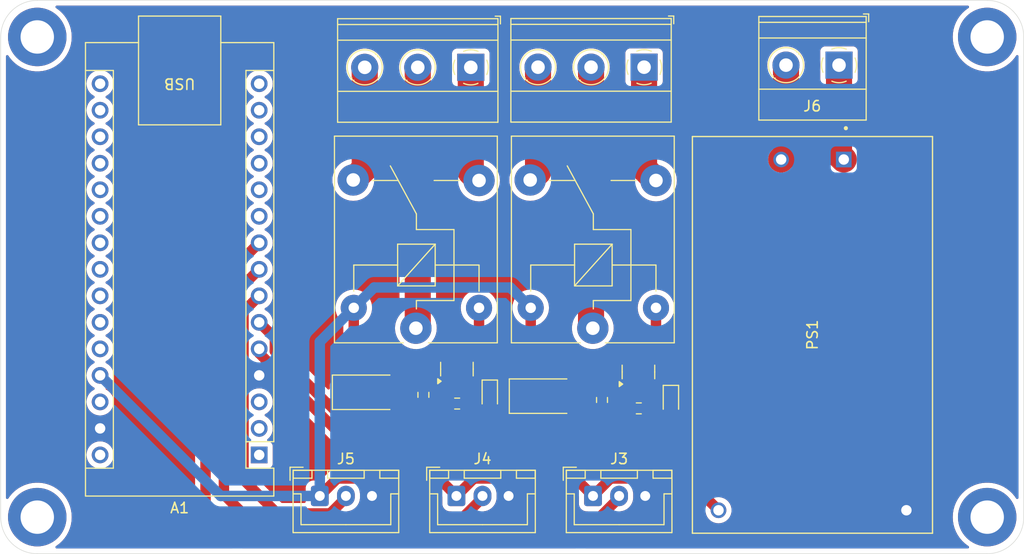
<source format=kicad_pcb>
(kicad_pcb (version 20240108) (generator "pcbnew") (generator_version "8.0")
  (layers (0 "F.Cu" signal) (31 "B.Cu" signal) (34 "B.Paste" user) (35 "F.Paste" user) (36 "B.SilkS" user "B.Silkscreen") (37 "F.SilkS" user "F.Silkscreen") (38 "B.Mask" user) (39 "F.Mask" user) (44 "Edge.Cuts" user))
  (net 0 "")
  (net 3 "/RELAY1")
  (net 7 "+3V3")
  (net 9 "/M2")
  (net 11 "GND")
  (net 12 "/RELAY2")
  (net 17 "/M3")
  (net 21 "+5V")
  (net 29 "/M1")
  (net 30 "Net-(D1-A)")
  (net 31 "Net-(D2-A)")
  (net 32 "/A1")
  (net 33 "/B1")
  (net 34 "/C1")
  (net 35 "/B2")
  (net 36 "/C2")
  (net 37 "/A2")
  (net 38 "Net-(D3-A)")
  (net 39 "Net-(D4-A)")
  (net 40 "Net-(J6-Pin_2)")
  (net 41 "Net-(J6-Pin_1)")
  (footprint "TerminalBlock_Phoenix:TerminalBlock_Phoenix_MKDS-1,5-2-5.08_1x02_P5.08mm_Horizontal" (layer "F.Cu") (at 162.805 49.7 180)
    (property "Reference" "J6" (at 2.565 -3.93 0) (layer "F.SilkS"))
    (property "Value" "AC")
    (fp_line (start 7.68 -5.261) (end 7.68 4.66) (stroke (width 0.12)) (layer "F.SilkS"))
    (fp_line (start 6.355 -1.069) (end 6.308 -1.023) (stroke (width 0.12)) (layer "F.SilkS"))
    (fp_line (start 6.15 -1.275) (end 6.115 -1.239) (stroke (width 0.12)) (layer "F.SilkS"))
    (fp_line (start 4.046 1.239) (end 4.011 1.274) (stroke (width 0.12)) (layer "F.SilkS"))
    (fp_line (start 3.853 1.023) (end 3.806 1.069) (stroke (width 0.12)) (layer "F.SilkS"))
    (fp_line (start -2.6 4.66) (end 7.68 4.66) (stroke (width 0.12)) (layer "F.SilkS"))
    (fp_line (start -2.6 4.1) (end 7.68 4.1) (stroke (width 0.12)) (layer "F.SilkS"))
    (fp_line (start -2.6 2.6) (end 7.68 2.6) (stroke (width 0.12)) (layer "F.SilkS"))
    (fp_line (start -2.6 -2.301) (end 7.68 -2.301) (stroke (width 0.12)) (layer "F.SilkS"))
    (fp_line (start -2.6 -5.261) (end 7.68 -5.261) (stroke (width 0.12)) (layer "F.SilkS"))
    (fp_line (start -2.6 -5.261) (end -2.6 4.66) (stroke (width 0.12)) (layer "F.SilkS"))
    (fp_line (start -2.84 4.9) (end -2.34 4.9) (stroke (width 0.12)) (layer "F.SilkS"))
    (fp_line (start -2.84 4.16) (end -2.84 4.9) (stroke (width 0.12)) (layer "F.SilkS"))
    (fp_arc (start 1.535427 -0.683042) (mid 1.680501 0.000524) (end 1.535 0.684) (stroke (width 0.12)) (layer "F.SilkS"))
    (fp_arc (start 0.683318 1.534756) (mid 0.349292 1.643288) (end 0 1.68) (stroke (width 0.12)) (layer "F.SilkS"))
    (fp_arc (start 0.028805 1.680253) (mid -0.335551 1.646659) (end -0.684 1.535) (stroke (width 0.12)) (layer "F.SilkS"))
    (fp_arc (start -0.683042 -1.535427) (mid 0.000524 -1.680501) (end 0.684 -1.535) (stroke (width 0.12)) (layer "F.SilkS"))
    (fp_arc (start -1.535427 0.683042) (mid -1.680501 -0.000524) (end -1.535 -0.684) (stroke (width 0.12)) (layer "F.SilkS"))
    (fp_circle (center 5.08 0) (end 6.76 0) (stroke (width 0.12)) (fill none) (layer "F.SilkS"))
    (pad "1" thru_hole rect (at 0 0 180) (size 2.6 2.6) (drill 1.3) (layers "*.Cu" "*.Mask") (net 41 "Net-(J6-Pin_1)"))
    (pad "2" thru_hole circle (at 5.08 0 180) (size 2.6 2.6) (drill 1.3) (layers "*.Cu" "*.Mask") (net 40 "Net-(J6-Pin_2)"))
  )
  (footprint "Resistor_SMD:R_0603_1608Metric" (layer "F.Cu") (at 143.625 82.58 180)
    (property "Reference" "R4" (hide yes))
    (property "Value" "10K" (hide yes))
    (fp_line (start -0.237258 0.5225) (end 0.237258 0.5225) (stroke (width 0.12)) (layer "F.SilkS"))
    (fp_line (start -0.237258 -0.5225) (end 0.237258 -0.5225) (stroke (width 0.12)) (layer "F.SilkS"))
    (pad "1" smd roundrect (at -0.825 0 180) (size 0.8 0.95) (layers "F.Cu" "F.Paste" "F.Mask") (net 11 "GND"))
    (pad "2" smd roundrect (at 0.825 0 180) (size 0.8 0.95) (layers "F.Cu" "F.Paste" "F.Mask") (net 39 "Net-(D4-A)"))
  )
  (footprint "Diode_SMD:D_SMA" (layer "F.Cu") (at 134.73 81.41)
    (property "Reference" "D2" (hide yes))
    (property "Value" "SM4007" (hide yes))
    (fp_line (start -3.51 -1.65) (end -3.51 1.65) (stroke (width 0.12)) (layer "F.SilkS"))
    (fp_line (start -3.51 -1.65) (end 2 -1.65) (stroke (width 0.12)) (layer "F.SilkS"))
    (fp_line (start -3.51 1.65) (end 2 1.65) (stroke (width 0.12)) (layer "F.SilkS"))
    (pad "1" smd roundrect (at -2 0) (size 2.5 1.8) (layers "F.Cu" "F.Paste" "F.Mask") (roundrect_rratio 0.1388888889) (net 21 "+5V"))
    (pad "2" smd roundrect (at 2 0) (size 2.5 1.8) (layers "F.Cu" "F.Paste" "F.Mask") (roundrect_rratio 0.1388888889) (net 31 "Net-(D2-A)"))
  )
  (footprint "Module:Arduino_Nano" (layer "F.Cu") (at 107.26 87.04 180)
    (property "Reference" "A1" (at 7.62 -5.08 0) (layer "F.SilkS"))
    (property "Value" "Arduino_Nano_v3.x")
    (fp_line (start 16.64 39.5) (end 16.64 -3.94) (stroke (width 0.12)) (layer "F.SilkS"))
    (fp_line (start 16.64 39.5) (end 11.56 39.5) (stroke (width 0.12)) (layer "F.SilkS"))
    (fp_line (start 16.64 -3.94) (end -1.4 -3.94) (stroke (width 0.12)) (layer "F.SilkS"))
    (fp_line (start 13.97 36.83) (end 16.64 36.83) (stroke (width 0.12)) (layer "F.SilkS"))
    (fp_line (start 13.97 -1.27) (end 16.64 -1.27) (stroke (width 0.12)) (layer "F.SilkS"))
    (fp_line (start 13.97 -1.27) (end 13.97 36.83) (stroke (width 0.12)) (layer "F.SilkS"))
    (fp_line (start 11.56 42.04) (end 3.68 42.04) (stroke (width 0.12)) (layer "F.SilkS"))
    (fp_line (start 11.56 31.62) (end 11.56 42.04) (stroke (width 0.12)) (layer "F.SilkS"))
    (fp_line (start 3.68 42.04) (end 3.68 31.62) (stroke (width 0.12)) (layer "F.SilkS"))
    (fp_line (start 3.68 31.62) (end 11.56 31.62) (stroke (width 0.12)) (layer "F.SilkS"))
    (fp_line (start 1.27 36.83) (end -1.4 36.83) (stroke (width 0.12)) (layer "F.SilkS"))
    (fp_line (start 1.27 1.27) (end 1.27 36.83) (stroke (width 0.12)) (layer "F.SilkS"))
    (fp_line (start 1.27 1.27) (end 1.27 -1.27) (stroke (width 0.12)) (layer "F.SilkS"))
    (fp_line (start 1.27 1.27) (end -1.4 1.27) (stroke (width 0.12)) (layer "F.SilkS"))
    (fp_line (start 1.27 -1.27) (end -1.4 -1.27) (stroke (width 0.12)) (layer "F.SilkS"))
    (fp_line (start -1.4 39.5) (end 3.68 39.5) (stroke (width 0.12)) (layer "F.SilkS"))
    (fp_line (start -1.4 1.27) (end -1.4 39.5) (stroke (width 0.12)) (layer "F.SilkS"))
    (fp_line (start -1.4 -3.94) (end -1.4 -1.27) (stroke (width 0.12)) (layer "F.SilkS"))
    (fp_text user "USB" (at 7.62 35.56 180) (layer "F.SilkS"))
    (pad "1" thru_hole rect (at 0 0 180) (size 1.6 1.6) (drill 1) (layers "*.Cu" "*.Mask"))
    (pad "2" thru_hole oval (at 0 2.54 180) (size 1.6 1.6) (drill 1) (layers "*.Cu" "*.Mask"))
    (pad "3" thru_hole oval (at 0 5.08 180) (size 1.6 1.6) (drill 1) (layers "*.Cu" "*.Mask"))
    (pad "4" thru_hole oval (at 0 7.62 180) (size 1.6 1.6) (drill 1) (layers "*.Cu" "*.Mask") (net 11 "GND"))
    (pad "5" thru_hole oval (at 0 10.16 180) (size 1.6 1.6) (drill 1) (layers "*.Cu" "*.Mask") (net 12 "/RELAY2"))
    (pad "6" thru_hole oval (at 0 12.7 180) (size 1.6 1.6) (drill 1) (layers "*.Cu" "*.Mask") (net 3 "/RELAY1"))
    (pad "7" thru_hole oval (at 0 15.24 180) (size 1.6 1.6) (drill 1) (layers "*.Cu" "*.Mask") (net 17 "/M3"))
    (pad "8" thru_hole oval (at 0 17.78 180) (size 1.6 1.6) (drill 1) (layers "*.Cu" "*.Mask") (net 9 "/M2"))
    (pad "9" thru_hole oval (at 0 20.32 180) (size 1.6 1.6) (drill 1) (layers "*.Cu" "*.Mask") (net 29 "/M1"))
    (pad "10" thru_hole oval (at 0 22.86 180) (size 1.6 1.6) (drill 1) (layers "*.Cu" "*.Mask"))
    (pad "11" thru_hole oval (at 0 25.4 180) (size 1.6 1.6) (drill 1) (layers "*.Cu" "*.Mask"))
    (pad "12" thru_hole oval (at 0 27.94 180) (size 1.6 1.6) (drill 1) (layers "*.Cu" "*.Mask"))
    (pad "13" thru_hole oval (at 0 30.48 180) (size 1.6 1.6) (drill 1) (layers "*.Cu" "*.Mask"))
    (pad "14" thru_hole oval (at 0 33.02 180) (size 1.6 1.6) (drill 1) (layers "*.Cu" "*.Mask"))
    (pad "15" thru_hole oval (at 0 35.56 180) (size 1.6 1.6) (drill 1) (layers "*.Cu" "*.Mask"))
    (pad "16" thru_hole oval (at 15.24 35.56 180) (size 1.6 1.6) (drill 1) (layers "*.Cu" "*.Mask"))
    (pad "17" thru_hole oval (at 15.24 33.02 180) (size 1.6 1.6) (drill 1) (layers "*.Cu" "*.Mask") (net 7 "+3V3"))
    (pad "18" thru_hole oval (at 15.24 30.48 180) (size 1.6 1.6) (drill 1) (layers "*.Cu" "*.Mask"))
    (pad "19" thru_hole oval (at 15.24 27.94 180) (size 1.6 1.6) (drill 1) (layers "*.Cu" "*.Mask"))
    (pad "20" thru_hole oval (at 15.24 25.4 180) (size 1.6 1.6) (drill 1) (layers "*.Cu" "*.Mask"))
    (pad "21" thru_hole oval (at 15.24 22.86 180) (size 1.6 1.6) (drill 1) (layers "*.Cu" "*.Mask"))
    (pad "22" thru_hole oval (at 15.24 20.32 180) (size 1.6 1.6) (drill 1) (layers "*.Cu" "*.Mask"))
    (pad "23" thru_hole oval (at 15.24 17.78 180) (size 1.6 1.6) (drill 1) (layers "*.Cu" "*.Mask"))
    (pad "24" thru_hole oval (at 15.24 15.24 180) (size 1.6 1.6) (drill 1) (layers "*.Cu" "*.Mask"))
    (pad "25" thru_hole oval (at 15.24 12.7 180) (size 1.6 1.6) (drill 1) (layers "*.Cu" "*.Mask"))
    (pad "26" thru_hole oval (at 15.24 10.16 180) (size 1.6 1.6) (drill 1) (layers "*.Cu" "*.Mask"))
    (pad "27" thru_hole oval (at 15.24 7.62 180) (size 1.6 1.6) (drill 1) (layers "*.Cu" "*.Mask") (net 21 "+5V"))
    (pad "28" thru_hole oval (at 15.24 5.08 180) (size 1.6 1.6) (drill 1) (layers "*.Cu" "*.Mask"))
    (pad "29" thru_hole oval (at 15.24 2.54 180) (size 1.6 1.6) (drill 1) (layers "*.Cu" "*.Mask") (net 11 "GND"))
    (pad "30" thru_hole oval (at 15.24 0 180) (size 1.6 1.6) (drill 1) (layers "*.Cu" "*.Mask"))
  )
  (footprint "Connector_JST:JST_XH_B3B-XH-A_1x03_P2.50mm_Vertical" (layer "F.Cu") (at 139.24 90.97)
    (property "Reference" "J3" (at 2.5 -3.55 0) (layer "F.SilkS"))
    (property "Value" "MOTION1")
    (fp_line (start -2.85 -2.75) (end -2.85 -1.5) (stroke (width 0.12)) (layer "F.SilkS"))
    (fp_line (start -2.56 -2.46) (end -2.56 3.51) (stroke (width 0.12)) (layer "F.SilkS"))
    (fp_line (start -2.56 3.51) (end 7.56 3.51) (stroke (width 0.12)) (layer "F.SilkS"))
    (fp_line (start -2.55 -2.45) (end -2.55 -1.7) (stroke (width 0.12)) (layer "F.SilkS"))
    (fp_line (start -2.55 -1.7) (end -0.75 -1.7) (stroke (width 0.12)) (layer "F.SilkS"))
    (fp_line (start -2.55 -0.2) (end -1.8 -0.2) (stroke (width 0.12)) (layer "F.SilkS"))
    (fp_line (start -1.8 -0.2) (end -1.8 2.75) (stroke (width 0.12)) (layer "F.SilkS"))
    (fp_line (start -1.8 2.75) (end 2.5 2.75) (stroke (width 0.12)) (layer "F.SilkS"))
    (fp_line (start -1.6 -2.75) (end -2.85 -2.75) (stroke (width 0.12)) (layer "F.SilkS"))
    (fp_line (start -0.75 -2.45) (end -2.55 -2.45) (stroke (width 0.12)) (layer "F.SilkS"))
    (fp_line (start -0.75 -1.7) (end -0.75 -2.45) (stroke (width 0.12)) (layer "F.SilkS"))
    (fp_line (start 0.75 -2.45) (end 0.75 -1.7) (stroke (width 0.12)) (layer "F.SilkS"))
    (fp_line (start 0.75 -1.7) (end 4.25 -1.7) (stroke (width 0.12)) (layer "F.SilkS"))
    (fp_line (start 4.25 -2.45) (end 0.75 -2.45) (stroke (width 0.12)) (layer "F.SilkS"))
    (fp_line (start 4.25 -1.7) (end 4.25 -2.45) (stroke (width 0.12)) (layer "F.SilkS"))
    (fp_line (start 5.75 -2.45) (end 5.75 -1.7) (stroke (width 0.12)) (layer "F.SilkS"))
    (fp_line (start 5.75 -1.7) (end 7.55 -1.7) (stroke (width 0.12)) (layer "F.SilkS"))
    (fp_line (start 6.8 -0.2) (end 6.8 2.75) (stroke (width 0.12)) (layer "F.SilkS"))
    (fp_line (start 6.8 2.75) (end 2.5 2.75) (stroke (width 0.12)) (layer "F.SilkS"))
    (fp_line (start 7.55 -2.45) (end 5.75 -2.45) (stroke (width 0.12)) (layer "F.SilkS"))
    (fp_line (start 7.55 -1.7) (end 7.55 -2.45) (stroke (width 0.12)) (layer "F.SilkS"))
    (fp_line (start 7.55 -0.2) (end 6.8 -0.2) (stroke (width 0.12)) (layer "F.SilkS"))
    (fp_line (start 7.56 -2.46) (end -2.56 -2.46) (stroke (width 0.12)) (layer "F.SilkS"))
    (fp_line (start 7.56 3.51) (end 7.56 -2.46) (stroke (width 0.12)) (layer "F.SilkS"))
    (pad "1" thru_hole roundrect (at 0 0) (size 1.7 1.95) (drill 0.95) (layers "*.Cu" "*.Mask") (roundrect_rratio 0.147059) (net 21 "+5V"))
    (pad "2" thru_hole oval (at 2.5 0) (size 1.7 1.95) (drill 0.95) (layers "*.Cu" "*.Mask") (net 29 "/M1"))
    (pad "3" thru_hole oval (at 5 0) (size 1.7 1.95) (drill 0.95) (layers "*.Cu" "*.Mask") (net 11 "GND"))
  )
  (footprint "Package_TO_SOT_SMD:SOT-23" (layer "F.Cu") (at 126.2 78.8175 90)
    (property "Reference" "Q1" (hide yes))
    (property "Value" "AO3480_(A09T)" (hide yes))
    (fp_line (start 0 -1.56) (end 0.65 -1.56) (stroke (width 0.12)) (layer "F.SilkS"))
    (fp_line (start 0 -1.56) (end -0.65 -1.56) (stroke (width 0.12)) (layer "F.SilkS"))
    (fp_line (start 0 1.56) (end 0.65 1.56) (stroke (width 0.12)) (layer "F.SilkS"))
    (fp_line (start 0 1.56) (end -0.65 1.56) (stroke (width 0.12)) (layer "F.SilkS"))
    (fp_poly (pts (xy -1.1625 -1.51) (xy -1.4025 -1.84) (xy -0.9225 -1.84) (xy -1.1625 -1.51)) (stroke (width 0.12)) (fill solid) (layer "F.SilkS"))
    (pad "1" smd roundrect (at -0.9375 -0.95 90) (size 1.475 0.6) (layers "F.Cu" "F.Paste" "F.Mask") (net 38 "Net-(D3-A)"))
    (pad "2" smd roundrect (at -0.9375 0.95 90) (size 1.475 0.6) (layers "F.Cu" "F.Paste" "F.Mask") (net 11 "GND"))
    (pad "3" smd roundrect (at 0.9375 0 90) (size 1.475 0.6) (layers "F.Cu" "F.Paste" "F.Mask") (net 30 "Net-(D1-A)"))
  )
  (footprint "Resistor_SMD:R_0603_1608Metric" (layer "F.Cu") (at 122.99 81.285 90)
    (property "Reference" "R1" (hide yes))
    (property "Value" "470" (hide yes))
    (fp_line (start -0.237258 -0.5225) (end 0.237258 -0.5225) (stroke (width 0.12)) (layer "F.SilkS"))
    (fp_line (start -0.237258 0.5225) (end 0.237258 0.5225) (stroke (width 0.12)) (layer "F.SilkS"))
    (pad "1" smd roundrect (at -0.825 0 90) (size 0.8 0.95) (layers "F.Cu" "F.Paste" "F.Mask") (net 3 "/RELAY1"))
    (pad "2" smd roundrect (at 0.825 0 90) (size 0.8 0.95) (layers "F.Cu" "F.Paste" "F.Mask") (net 38 "Net-(D3-A)"))
  )
  (footprint "Resistor_SMD:R_0603_1608Metric" (layer "F.Cu") (at 140.1 81.775 90)
    (property "Reference" "R3" (hide yes))
    (property "Value" "470" (hide yes))
    (fp_line (start -0.237258 -0.5225) (end 0.237258 -0.5225) (stroke (width 0.12)) (layer "F.SilkS"))
    (fp_line (start -0.237258 0.5225) (end 0.237258 0.5225) (stroke (width 0.12)) (layer "F.SilkS"))
    (pad "1" smd roundrect (at -0.825 0 90) (size 0.8 0.95) (layers "F.Cu" "F.Paste" "F.Mask") (net 12 "/RELAY2"))
    (pad "2" smd roundrect (at 0.825 0 90) (size 0.8 0.95) (layers "F.Cu" "F.Paste" "F.Mask") (net 39 "Net-(D4-A)"))
  )
  (footprint "Relay_THT:Relay_SPDT_SANYOU_SRD_Series_Form_C" (layer "F.Cu") (at 122.27 74.9 90)
    (property "Reference" "K1" (hide yes))
    (property "Value" "SANYOU_SRD_Form_C" (hide yes))
    (fp_line (start 18.4 -7.8) (end 18.4 7.8) (stroke (width 0.12)) (layer "F.SilkS"))
    (fp_line (start -1.4 -7.8) (end 18.4 -7.8) (stroke (width 0.12)) (layer "F.SilkS"))
    (fp_line (start -1.4 -7.8) (end -1.4 -1.2) (stroke (width 0.12)) (layer "F.SilkS"))
    (fp_line (start 6.05 -5.95) (end 3.55 -5.95) (stroke (width 0.12)) (layer "F.SilkS"))
    (fp_line (start 6.05 -5.95) (end 6.05 -1.75) (stroke (width 0.12)) (layer "F.SilkS"))
    (fp_line (start 14.15 -4.2) (end 14.15 -1.7) (stroke (width 0.12)) (layer "F.SilkS"))
    (fp_line (start 8.05 -1.75) (end 8.05 1.85) (stroke (width 0.12)) (layer "F.SilkS"))
    (fp_line (start 4.05 -1.75) (end 8.05 -1.75) (stroke (width 0.12)) (layer "F.SilkS"))
    (fp_line (start 10.95 0.05) (end 15.55 -2.45) (stroke (width 0.12)) (layer "F.SilkS"))
    (fp_line (start 9.45 0.05) (end 10.95 0.05) (stroke (width 0.12)) (layer "F.SilkS"))
    (fp_line (start 9.45 0.05) (end 9.45 3.65) (stroke (width 0.12)) (layer "F.SilkS"))
    (fp_line (start 2.65 0.05) (end 1.85 0.05) (stroke (width 0.12)) (layer "F.SilkS"))
    (fp_line (start 2.65 0.05) (end 2.65 3.65) (stroke (width 0.12)) (layer "F.SilkS"))
    (fp_line (start -1.4 1.2) (end -1.4 7.8) (stroke (width 0.12)) (layer "F.SilkS"))
    (fp_line (start 8.05 1.85) (end 4.05 -1.75) (stroke (width 0.12)) (layer "F.SilkS"))
    (fp_line (start 8.05 1.85) (end 4.05 1.85) (stroke (width 0.12)) (layer "F.SilkS"))
    (fp_line (start 6.05 1.85) (end 6.05 6.05) (stroke (width 0.12)) (layer "F.SilkS"))
    (fp_line (start 4.05 1.85) (end 4.05 -1.75) (stroke (width 0.12)) (layer "F.SilkS"))
    (fp_line (start 9.45 3.65) (end 2.65 3.65) (stroke (width 0.12)) (layer "F.SilkS"))
    (fp_line (start 14.15 4.2) (end 14.15 1.75) (stroke (width 0.12)) (layer "F.SilkS"))
    (fp_line (start 3.55 6.05) (end 6.05 6.05) (stroke (width 0.12)) (layer "F.SilkS"))
    (fp_line (start 18.4 7.8) (end -1.4 7.8) (stroke (width 0.12)) (layer "F.SilkS"))
    (pad "1" thru_hole circle (at 0 0 180) (size 3 3) (drill 1.3) (layers "*.Cu" "*.Mask") (net 33 "/B1"))
    (pad "2" thru_hole circle (at 1.95 6.05 180) (size 2.5 2.5) (drill 1) (layers "*.Cu" "*.Mask") (net 30 "Net-(D1-A)"))
    (pad "3" thru_hole circle (at 14.15 6.05 180) (size 3 3) (drill 1.3) (layers "*.Cu" "*.Mask") (net 34 "/C1"))
    (pad "4" thru_hole circle (at 14.2 -6 180) (size 3 3) (drill 1.3) (layers "*.Cu" "*.Mask") (net 32 "/A1"))
    (pad "5" thru_hole circle (at 1.95 -5.95 180) (size 2.5 2.5) (drill 1) (layers "*.Cu" "*.Mask") (net 21 "+5V"))
  )
  (footprint "MountingHole:MountingHole_3.2mm_M3_DIN965_Pad" (layer "F.Cu") (at 86 93)
    (property "Reference" "H4" (hide yes))
    (property "Value" "MountingHole" (hide yes))
    (pad "1" thru_hole circle (at 0 0) (size 5.6 5.6) (drill 3.2) (layers "*.Cu" "*.Mask"))
  )
  (footprint "Connector_JST:JST_XH_B3B-XH-A_1x03_P2.50mm_Vertical" (layer "F.Cu") (at 126.1525 90.97)
    (property "Reference" "J4" (at 2.5 -3.55 0) (layer "F.SilkS"))
    (property "Value" "MOTION2")
    (fp_line (start -2.85 -2.75) (end -2.85 -1.5) (stroke (width 0.12)) (layer "F.SilkS"))
    (fp_line (start -2.56 -2.46) (end -2.56 3.51) (stroke (width 0.12)) (layer "F.SilkS"))
    (fp_line (start -2.56 3.51) (end 7.56 3.51) (stroke (width 0.12)) (layer "F.SilkS"))
    (fp_line (start -2.55 -2.45) (end -2.55 -1.7) (stroke (width 0.12)) (layer "F.SilkS"))
    (fp_line (start -2.55 -1.7) (end -0.75 -1.7) (stroke (width 0.12)) (layer "F.SilkS"))
    (fp_line (start -2.55 -0.2) (end -1.8 -0.2) (stroke (width 0.12)) (layer "F.SilkS"))
    (fp_line (start -1.8 -0.2) (end -1.8 2.75) (stroke (width 0.12)) (layer "F.SilkS"))
    (fp_line (start -1.8 2.75) (end 2.5 2.75) (stroke (width 0.12)) (layer "F.SilkS"))
    (fp_line (start -1.6 -2.75) (end -2.85 -2.75) (stroke (width 0.12)) (layer "F.SilkS"))
    (fp_line (start -0.75 -2.45) (end -2.55 -2.45) (stroke (width 0.12)) (layer "F.SilkS"))
    (fp_line (start -0.75 -1.7) (end -0.75 -2.45) (stroke (width 0.12)) (layer "F.SilkS"))
    (fp_line (start 0.75 -2.45) (end 0.75 -1.7) (stroke (width 0.12)) (layer "F.SilkS"))
    (fp_line (start 0.75 -1.7) (end 4.25 -1.7) (stroke (width 0.12)) (layer "F.SilkS"))
    (fp_line (start 4.25 -2.45) (end 0.75 -2.45) (stroke (width 0.12)) (layer "F.SilkS"))
    (fp_line (start 4.25 -1.7) (end 4.25 -2.45) (stroke (width 0.12)) (layer "F.SilkS"))
    (fp_line (start 5.75 -2.45) (end 5.75 -1.7) (stroke (width 0.12)) (layer "F.SilkS"))
    (fp_line (start 5.75 -1.7) (end 7.55 -1.7) (stroke (width 0.12)) (layer "F.SilkS"))
    (fp_line (start 6.8 -0.2) (end 6.8 2.75) (stroke (width 0.12)) (layer "F.SilkS"))
    (fp_line (start 6.8 2.75) (end 2.5 2.75) (stroke (width 0.12)) (layer "F.SilkS"))
    (fp_line (start 7.55 -2.45) (end 5.75 -2.45) (stroke (width 0.12)) (layer "F.SilkS"))
    (fp_line (start 7.55 -1.7) (end 7.55 -2.45) (stroke (width 0.12)) (layer "F.SilkS"))
    (fp_line (start 7.55 -0.2) (end 6.8 -0.2) (stroke (width 0.12)) (layer "F.SilkS"))
    (fp_line (start 7.56 -2.46) (end -2.56 -2.46) (stroke (width 0.12)) (layer "F.SilkS"))
    (fp_line (start 7.56 3.51) (end 7.56 -2.46) (stroke (width 0.12)) (layer "F.SilkS"))
    (pad "1" thru_hole roundrect (at 0 0) (size 1.7 1.95) (drill 0.95) (layers "*.Cu" "*.Mask") (roundrect_rratio 0.147059) (net 21 "+5V"))
    (pad "2" thru_hole oval (at 2.5 0) (size 1.7 1.95) (drill 0.95) (layers "*.Cu" "*.Mask") (net 9 "/M2"))
    (pad "3" thru_hole oval (at 5 0) (size 1.7 1.95) (drill 0.95) (layers "*.Cu" "*.Mask") (net 11 "GND"))
  )
  (footprint "MountingHole:MountingHole_3.2mm_M3_DIN965_Pad" (layer "F.Cu") (at 177 93)
    (property "Reference" "H2" (hide yes))
    (property "Value" "MountingHole" (hide yes))
    (pad "1" thru_hole circle (at 0 0) (size 5.6 5.6) (drill 3.2) (layers "*.Cu" "*.Mask"))
  )
  (footprint "LED_SMD:LED_0603_1608Metric" (layer "F.Cu") (at 146.7 81.8625 -90)
    (property "Reference" "D4" (hide yes))
    (property "Value" "LED" (hide yes))
    (fp_line (start -1.485 0.735) (end 0.8 0.735) (stroke (width 0.12)) (layer "F.SilkS"))
    (fp_line (start -1.485 -0.735) (end -1.485 0.735) (stroke (width 0.12)) (layer "F.SilkS"))
    (fp_line (start 0.8 -0.735) (end -1.485 -0.735) (stroke (width 0.12)) (layer "F.SilkS"))
    (pad "1" smd roundrect (at -0.7875 0 270) (size 0.875 0.95) (layers "F.Cu" "F.Paste" "F.Mask") (net 11 "GND"))
    (pad "2" smd roundrect (at 0.7875 0 270) (size 0.875 0.95) (layers "F.Cu" "F.Paste" "F.Mask") (net 39 "Net-(D4-A)"))
  )
  (footprint "LED_SMD:LED_0603_1608Metric" (layer "F.Cu") (at 129.35 81.35 -90)
    (property "Reference" "D3" (hide yes))
    (property "Value" "LED" (hide yes))
    (fp_line (start -1.485 0.735) (end 0.8 0.735) (stroke (width 0.12)) (layer "F.SilkS"))
    (fp_line (start -1.485 -0.735) (end -1.485 0.735) (stroke (width 0.12)) (layer "F.SilkS"))
    (fp_line (start 0.8 -0.735) (end -1.485 -0.735) (stroke (width 0.12)) (layer "F.SilkS"))
    (pad "1" smd roundrect (at -0.7875 0 270) (size 0.875 0.95) (layers "F.Cu" "F.Paste" "F.Mask") (net 11 "GND"))
    (pad "2" smd roundrect (at 0.7875 0 270) (size 0.875 0.95) (layers "F.Cu" "F.Paste" "F.Mask") (net 38 "Net-(D3-A)"))
  )
  (footprint "MountingHole:MountingHole_3.2mm_M3_DIN965_Pad" (layer "F.Cu") (at 177 47)
    (property "Reference" "H1" (hide yes))
    (property "Value" "MountingHole" (hide yes))
    (pad "1" thru_hole circle (at 0 0) (size 5.6 5.6) (drill 3.2) (layers "*.Cu" "*.Mask"))
  )
  (footprint "Resistor_SMD:R_0603_1608Metric" (layer "F.Cu") (at 126.225 82.12 180)
    (property "Reference" "R2" (hide yes))
    (property "Value" "10K" (hide yes))
    (fp_line (start -0.237258 0.5225) (end 0.237258 0.5225) (stroke (width 0.12)) (layer "F.SilkS"))
    (fp_line (start -0.237258 -0.5225) (end 0.237258 -0.5225) (stroke (width 0.12)) (layer "F.SilkS"))
    (pad "1" smd roundrect (at -0.825 0 180) (size 0.8 0.95) (layers "F.Cu" "F.Paste" "F.Mask") (net 11 "GND"))
    (pad "2" smd roundrect (at 0.825 0 180) (size 0.8 0.95) (layers "F.Cu" "F.Paste" "F.Mask") (net 38 "Net-(D3-A)"))
  )
  (footprint "TerminalBlock_Phoenix:TerminalBlock_Phoenix_MKDS-1,5-3-5.08_1x03_P5.08mm_Horizontal" (layer "F.Cu") (at 127.53 49.91 180)
    (property "Reference" "J1" (hide yes))
    (property "Value" "LIGHT1" (hide yes))
    (fp_line (start 12.76 -5.261) (end 12.76 4.66) (stroke (width 0.12)) (layer "F.SilkS"))
    (fp_line (start 11.435 -1.069) (end 11.388 -1.023) (stroke (width 0.12)) (layer "F.SilkS"))
    (fp_line (start 11.23 -1.275) (end 11.195 -1.239) (stroke (width 0.12)) (layer "F.SilkS"))
    (fp_line (start 9.126 1.239) (end 9.091 1.274) (stroke (width 0.12)) (layer "F.SilkS"))
    (fp_line (start 8.933 1.023) (end 8.886 1.069) (stroke (width 0.12)) (layer "F.SilkS"))
    (fp_line (start 6.355 -1.069) (end 6.308 -1.023) (stroke (width 0.12)) (layer "F.SilkS"))
    (fp_line (start 6.15 -1.275) (end 6.115 -1.239) (stroke (width 0.12)) (layer "F.SilkS"))
    (fp_line (start 4.046 1.239) (end 4.011 1.274) (stroke (width 0.12)) (layer "F.SilkS"))
    (fp_line (start 3.853 1.023) (end 3.806 1.069) (stroke (width 0.12)) (layer "F.SilkS"))
    (fp_line (start -2.6 4.66) (end 12.76 4.66) (stroke (width 0.12)) (layer "F.SilkS"))
    (fp_line (start -2.6 4.1) (end 12.76 4.1) (stroke (width 0.12)) (layer "F.SilkS"))
    (fp_line (start -2.6 2.6) (end 12.76 2.6) (stroke (width 0.12)) (layer "F.SilkS"))
    (fp_line (start -2.6 -2.301) (end 12.76 -2.301) (stroke (width 0.12)) (layer "F.SilkS"))
    (fp_line (start -2.6 -5.261) (end 12.76 -5.261) (stroke (width 0.12)) (layer "F.SilkS"))
    (fp_line (start -2.6 -5.261) (end -2.6 4.66) (stroke (width 0.12)) (layer "F.SilkS"))
    (fp_line (start -2.84 4.9) (end -2.34 4.9) (stroke (width 0.12)) (layer "F.SilkS"))
    (fp_line (start -2.84 4.16) (end -2.84 4.9) (stroke (width 0.12)) (layer "F.SilkS"))
    (fp_arc (start 1.535427 -0.683042) (mid 1.680501 0.000524) (end 1.535 0.684) (stroke (width 0.12)) (layer "F.SilkS"))
    (fp_arc (start 0.683318 1.534756) (mid 0.349292 1.643288) (end 0 1.68) (stroke (width 0.12)) (layer "F.SilkS"))
    (fp_arc (start 0.028805 1.680253) (mid -0.335551 1.646659) (end -0.684 1.535) (stroke (width 0.12)) (layer "F.SilkS"))
    (fp_arc (start -0.683042 -1.535427) (mid 0.000524 -1.680501) (end 0.684 -1.535) (stroke (width 0.12)) (layer "F.SilkS"))
    (fp_arc (start -1.535427 0.683042) (mid -1.680501 -0.000524) (end -1.535 -0.684) (stroke (width 0.12)) (layer "F.SilkS"))
    (fp_circle (center 10.16 0) (end 11.84 0) (stroke (width 0.12)) (fill none) (layer "F.SilkS"))
    (fp_circle (center 5.08 0) (end 6.76 0) (stroke (width 0.12)) (fill none) (layer "F.SilkS"))
    (pad "1" thru_hole rect (at 0 0 180) (size 2.6 2.6) (drill 1.3) (layers "*.Cu" "*.Mask") (net 34 "/C1"))
    (pad "2" thru_hole circle (at 5.08 0 180) (size 2.6 2.6) (drill 1.3) (layers "*.Cu" "*.Mask") (net 33 "/B1"))
    (pad "3" thru_hole circle (at 10.16 0 180) (size 2.6 2.6) (drill 1.3) (layers "*.Cu" "*.Mask") (net 32 "/A1"))
  )
  (footprint "TerminalBlock_Phoenix:TerminalBlock_Phoenix_MKDS-1,5-3-5.08_1x03_P5.08mm_Horizontal" (layer "F.Cu") (at 144.13 49.895 180)
    (property "Reference" "J2" (hide yes))
    (property "Value" "LIGHT2" (hide yes))
    (fp_line (start 12.76 -5.261) (end 12.76 4.66) (stroke (width 0.12)) (layer "F.SilkS"))
    (fp_line (start 11.435 -1.069) (end 11.388 -1.023) (stroke (width 0.12)) (layer "F.SilkS"))
    (fp_line (start 11.23 -1.275) (end 11.195 -1.239) (stroke (width 0.12)) (layer "F.SilkS"))
    (fp_line (start 9.126 1.239) (end 9.091 1.274) (stroke (width 0.12)) (layer "F.SilkS"))
    (fp_line (start 8.933 1.023) (end 8.886 1.069) (stroke (width 0.12)) (layer "F.SilkS"))
    (fp_line (start 6.355 -1.069) (end 6.308 -1.023) (stroke (width 0.12)) (layer "F.SilkS"))
    (fp_line (start 6.15 -1.275) (end 6.115 -1.239) (stroke (width 0.12)) (layer "F.SilkS"))
    (fp_line (start 4.046 1.239) (end 4.011 1.274) (stroke (width 0.12)) (layer "F.SilkS"))
    (fp_line (start 3.853 1.023) (end 3.806 1.069) (stroke (width 0.12)) (layer "F.SilkS"))
    (fp_line (start -2.6 4.66) (end 12.76 4.66) (stroke (width 0.12)) (layer "F.SilkS"))
    (fp_line (start -2.6 4.1) (end 12.76 4.1) (stroke (width 0.12)) (layer "F.SilkS"))
    (fp_line (start -2.6 2.6) (end 12.76 2.6) (stroke (width 0.12)) (layer "F.SilkS"))
    (fp_line (start -2.6 -2.301) (end 12.76 -2.301) (stroke (width 0.12)) (layer "F.SilkS"))
    (fp_line (start -2.6 -5.261) (end 12.76 -5.261) (stroke (width 0.12)) (layer "F.SilkS"))
    (fp_line (start -2.6 -5.261) (end -2.6 4.66) (stroke (width 0.12)) (layer "F.SilkS"))
    (fp_line (start -2.84 4.9) (end -2.34 4.9) (stroke (width 0.12)) (layer "F.SilkS"))
    (fp_line (start -2.84 4.16) (end -2.84 4.9) (stroke (width 0.12)) (layer "F.SilkS"))
    (fp_arc (start 1.535427 -0.683042) (mid 1.680501 0.000524) (end 1.535 0.684) (stroke (width 0.12)) (layer "F.SilkS"))
    (fp_arc (start 0.683318 1.534756) (mid 0.349292 1.643288) (end 0 1.68) (stroke (width 0.12)) (layer "F.SilkS"))
    (fp_arc (start 0.028805 1.680253) (mid -0.335551 1.646659) (end -0.684 1.535) (stroke (width 0.12)) (layer "F.SilkS"))
    (fp_arc (start -0.683042 -1.535427) (mid 0.000524 -1.680501) (end 0.684 -1.535) (stroke (width 0.12)) (layer "F.SilkS"))
    (fp_arc (start -1.535427 0.683042) (mid -1.680501 -0.000524) (end -1.535 -0.684) (stroke (width 0.12)) (layer "F.SilkS"))
    (fp_circle (center 10.16 0) (end 11.84 0) (stroke (width 0.12)) (fill none) (layer "F.SilkS"))
    (fp_circle (center 5.08 0) (end 6.76 0) (stroke (width 0.12)) (fill none) (layer "F.SilkS"))
    (pad "1" thru_hole rect (at 0 0 180) (size 2.6 2.6) (drill 1.3) (layers "*.Cu" "*.Mask") (net 36 "/C2"))
    (pad "2" thru_hole circle (at 5.08 0 180) (size 2.6 2.6) (drill 1.3) (layers "*.Cu" "*.Mask") (net 35 "/B2"))
    (pad "3" thru_hole circle (at 10.16 0 180) (size 2.6 2.6) (drill 1.3) (layers "*.Cu" "*.Mask") (net 37 "/A2"))
  )
  (footprint "KiCad:CONV_HLK-5M05" (layer "F.Cu") (at 160.26 75.54 -90)
    (property "Reference" "PS1" (at 0 0 90) (layer "F.SilkS"))
    (property "Value" "HLK-5M05")
    (fp_line (start -19 11.5) (end 19 11.5) (stroke (width 0.127)) (layer "F.SilkS"))
    (fp_line (start 19 11.5) (end 19 -11.5) (stroke (width 0.127)) (layer "F.SilkS"))
    (fp_line (start -19 -11.5) (end -19 11.5) (stroke (width 0.127)) (layer "F.SilkS"))
    (fp_line (start 19 -11.5) (end -19 -11.5) (stroke (width 0.127)) (layer "F.SilkS"))
    (fp_circle (center -19.8 -3.2) (end -19.7 -3.2) (stroke (width 0.2)) (fill none) (layer "F.SilkS"))
    (pad "1" thru_hole rect (at -16.8 -3 270) (size 1.5 1.5) (drill 1) (layers "*.Cu" "*.Mask") (net 41 "Net-(J6-Pin_1)"))
    (pad "2" thru_hole circle (at -16.8 3 270) (size 1.5 1.5) (drill 1) (layers "*.Cu" "*.Mask") (net 40 "Net-(J6-Pin_2)"))
    (pad "3" thru_hole circle (at 16.8 -9 270) (size 1.5 1.5) (drill 1) (layers "*.Cu" "*.Mask") (net 11 "GND"))
    (pad "4" thru_hole circle (at 16.8 9 270) (size 1.5 1.5) (drill 1) (layers "*.Cu" "*.Mask") (net 21 "+5V"))
  )
  (footprint "Diode_SMD:D_SMA" (layer "F.Cu") (at 117.78 81.04)
    (property "Reference" "D1" (hide yes))
    (property "Value" "SM4007" (hide yes))
    (fp_line (start -3.51 -1.65) (end -3.51 1.65) (stroke (width 0.12)) (layer "F.SilkS"))
    (fp_line (start -3.51 -1.65) (end 2 -1.65) (stroke (width 0.12)) (layer "F.SilkS"))
    (fp_line (start -3.51 1.65) (end 2 1.65) (stroke (width 0.12)) (layer "F.SilkS"))
    (pad "1" smd roundrect (at -2 0) (size 2.5 1.8) (layers "F.Cu" "F.Paste" "F.Mask") (roundrect_rratio 0.1388888889) (net 21 "+5V"))
    (pad "2" smd roundrect (at 2 0) (size 2.5 1.8) (layers "F.Cu" "F.Paste" "F.Mask") (roundrect_rratio 0.1388888889) (net 30 "Net-(D1-A)"))
  )
  (footprint "Package_TO_SOT_SMD:SOT-23" (layer "F.Cu") (at 143.59 79.0925 90)
    (property "Reference" "Q2" (hide yes))
    (property "Value" "AO3480_(A09T)" (hide yes))
    (fp_line (start 0 -1.56) (end 0.65 -1.56) (stroke (width 0.12)) (layer "F.SilkS"))
    (fp_line (start 0 -1.56) (end -0.65 -1.56) (stroke (width 0.12)) (layer "F.SilkS"))
    (fp_line (start 0 1.56) (end 0.65 1.56) (stroke (width 0.12)) (layer "F.SilkS"))
    (fp_line (start 0 1.56) (end -0.65 1.56) (stroke (width 0.12)) (layer "F.SilkS"))
    (fp_poly (pts (xy -1.1625 -1.51) (xy -1.4025 -1.84) (xy -0.9225 -1.84) (xy -1.1625 -1.51)) (stroke (width 0.12)) (fill solid) (layer "F.SilkS"))
    (pad "1" smd roundrect (at -0.9375 -0.95 90) (size 1.475 0.6) (layers "F.Cu" "F.Paste" "F.Mask") (net 39 "Net-(D4-A)"))
    (pad "2" smd roundrect (at -0.9375 0.95 90) (size 1.475 0.6) (layers "F.Cu" "F.Paste" "F.Mask") (net 11 "GND"))
    (pad "3" smd roundrect (at 0.9375 0 90) (size 1.475 0.6) (layers "F.Cu" "F.Paste" "F.Mask") (net 31 "Net-(D2-A)"))
  )
  (footprint "MountingHole:MountingHole_3.2mm_M3_DIN965_Pad" (layer "F.Cu") (at 86 47)
    (property "Reference" "H3" (hide yes))
    (property "Value" "MountingHole" (hide yes))
    (pad "1" thru_hole circle (at 0 0) (size 5.6 5.6) (drill 3.2) (layers "*.Cu" "*.Mask"))
  )
  (footprint "Relay_THT:Relay_SPDT_SANYOU_SRD_Series_Form_C" (layer "F.Cu") (at 139.22 74.9 90)
    (property "Reference" "K2" (hide yes))
    (property "Value" "SANYOU_SRD_Form_C" (hide yes))
    (fp_line (start 18.4 -7.8) (end 18.4 7.8) (stroke (width 0.12)) (layer "F.SilkS"))
    (fp_line (start -1.4 -7.8) (end 18.4 -7.8) (stroke (width 0.12)) (layer "F.SilkS"))
    (fp_line (start -1.4 -7.8) (end -1.4 -1.2) (stroke (width 0.12)) (layer "F.SilkS"))
    (fp_line (start 6.05 -5.95) (end 3.55 -5.95) (stroke (width 0.12)) (layer "F.SilkS"))
    (fp_line (start 6.05 -5.95) (end 6.05 -1.75) (stroke (width 0.12)) (layer "F.SilkS"))
    (fp_line (start 14.15 -4.2) (end 14.15 -1.7) (stroke (width 0.12)) (layer "F.SilkS"))
    (fp_line (start 8.05 -1.75) (end 8.05 1.85) (stroke (width 0.12)) (layer "F.SilkS"))
    (fp_line (start 4.05 -1.75) (end 8.05 -1.75) (stroke (width 0.12)) (layer "F.SilkS"))
    (fp_line (start 10.95 0.05) (end 15.55 -2.45) (stroke (width 0.12)) (layer "F.SilkS"))
    (fp_line (start 9.45 0.05) (end 10.95 0.05) (stroke (width 0.12)) (layer "F.SilkS"))
    (fp_line (start 9.45 0.05) (end 9.45 3.65) (stroke (width 0.12)) (layer "F.SilkS"))
    (fp_line (start 2.65 0.05) (end 1.85 0.05) (stroke (width 0.12)) (layer "F.SilkS"))
    (fp_line (start 2.65 0.05) (end 2.65 3.65) (stroke (width 0.12)) (layer "F.SilkS"))
    (fp_line (start -1.4 1.2) (end -1.4 7.8) (stroke (width 0.12)) (layer "F.SilkS"))
    (fp_line (start 8.05 1.85) (end 4.05 -1.75) (stroke (width 0.12)) (layer "F.SilkS"))
    (fp_line (start 8.05 1.85) (end 4.05 1.85) (stroke (width 0.12)) (layer "F.SilkS"))
    (fp_line (start 6.05 1.85) (end 6.05 6.05) (stroke (width 0.12)) (layer "F.SilkS"))
    (fp_line (start 4.05 1.85) (end 4.05 -1.75) (stroke (width 0.12)) (layer "F.SilkS"))
    (fp_line (start 9.45 3.65) (end 2.65 3.65) (stroke (width 0.12)) (layer "F.SilkS"))
    (fp_line (start 14.15 4.2) (end 14.15 1.75) (stroke (width 0.12)) (layer "F.SilkS"))
    (fp_line (start 3.55 6.05) (end 6.05 6.05) (stroke (width 0.12)) (layer "F.SilkS"))
    (fp_line (start 18.4 7.8) (end -1.4 7.8) (stroke (width 0.12)) (layer "F.SilkS"))
    (pad "1" thru_hole circle (at 0 0 180) (size 3 3) (drill 1.3) (layers "*.Cu" "*.Mask") (net 35 "/B2"))
    (pad "2" thru_hole circle (at 1.95 6.05 180) (size 2.5 2.5) (drill 1) (layers "*.Cu" "*.Mask") (net 31 "Net-(D2-A)"))
    (pad "3" thru_hole circle (at 14.15 6.05 180) (size 3 3) (drill 1.3) (layers "*.Cu" "*.Mask") (net 36 "/C2"))
    (pad "4" thru_hole circle (at 14.2 -6 180) (size 3 3) (drill 1.3) (layers "*.Cu" "*.Mask") (net 37 "/A2"))
    (pad "5" thru_hole circle (at 1.95 -5.95 180) (size 2.5 2.5) (drill 1) (layers "*.Cu" "*.Mask") (net 21 "+5V"))
  )
  (footprint "Connector_JST:JST_XH_B3B-XH-A_1x03_P2.50mm_Vertical" (layer "F.Cu") (at 113.065 90.97)
    (property "Reference" "J5" (at 2.5 -3.55 0) (layer "F.SilkS"))
    (property "Value" "MOTION3")
    (fp_line (start -2.85 -2.75) (end -2.85 -1.5) (stroke (width 0.12)) (layer "F.SilkS"))
    (fp_line (start -2.56 -2.46) (end -2.56 3.51) (stroke (width 0.12)) (layer "F.SilkS"))
    (fp_line (start -2.56 3.51) (end 7.56 3.51) (stroke (width 0.12)) (layer "F.SilkS"))
    (fp_line (start -2.55 -2.45) (end -2.55 -1.7) (stroke (width 0.12)) (layer "F.SilkS"))
    (fp_line (start -2.55 -1.7) (end -0.75 -1.7) (stroke (width 0.12)) (layer "F.SilkS"))
    (fp_line (start -2.55 -0.2) (end -1.8 -0.2) (stroke (width 0.12)) (layer "F.SilkS"))
    (fp_line (start -1.8 -0.2) (end -1.8 2.75) (stroke (width 0.12)) (layer "F.SilkS"))
    (fp_line (start -1.8 2.75) (end 2.5 2.75) (stroke (width 0.12)) (layer "F.SilkS"))
    (fp_line (start -1.6 -2.75) (end -2.85 -2.75) (stroke (width 0.12)) (layer "F.SilkS"))
    (fp_line (start -0.75 -2.45) (end -2.55 -2.45) (stroke (width 0.12)) (layer "F.SilkS"))
    (fp_line (start -0.75 -1.7) (end -0.75 -2.45) (stroke (width 0.12)) (layer "F.SilkS"))
    (fp_line (start 0.75 -2.45) (end 0.75 -1.7) (stroke (width 0.12)) (layer "F.SilkS"))
    (fp_line (start 0.75 -1.7) (end 4.25 -1.7) (stroke (width 0.12)) (layer "F.SilkS"))
    (fp_line (start 4.25 -2.45) (end 0.75 -2.45) (stroke (width 0.12)) (layer "F.SilkS"))
    (fp_line (start 4.25 -1.7) (end 4.25 -2.45) (stroke (width 0.12)) (layer "F.SilkS"))
    (fp_line (start 5.75 -2.45) (end 5.75 -1.7) (stroke (width 0.12)) (layer "F.SilkS"))
    (fp_line (start 5.75 -1.7) (end 7.55 -1.7) (stroke (width 0.12)) (layer "F.SilkS"))
    (fp_line (start 6.8 -0.2) (end 6.8 2.75) (stroke (width 0.12)) (layer "F.SilkS"))
    (fp_line (start 6.8 2.75) (end 2.5 2.75) (stroke (width 0.12)) (layer "F.SilkS"))
    (fp_line (start 7.55 -2.45) (end 5.75 -2.45) (stroke (width 0.12)) (layer "F.SilkS"))
    (fp_line (start 7.55 -1.7) (end 7.55 -2.45) (stroke (width 0.12)) (layer "F.SilkS"))
    (fp_line (start 7.55 -0.2) (end 6.8 -0.2) (stroke (width 0.12)) (layer "F.SilkS"))
    (fp_line (start 7.56 -2.46) (end -2.56 -2.46) (stroke (width 0.12)) (layer "F.SilkS"))
    (fp_line (start 7.56 3.51) (end 7.56 -2.46) (stroke (width 0.12)) (layer "F.SilkS"))
    (pad "1" thru_hole roundrect (at 0 0) (size 1.7 1.95) (drill 0.95) (layers "*.Cu" "*.Mask") (roundrect_rratio 0.147059) (net 21 "+5V"))
    (pad "2" thru_hole oval (at 2.5 0) (size 1.7 1.95) (drill 0.95) (layers "*.Cu" "*.Mask") (net 17 "/M3"))
    (pad "3" thru_hole oval (at 5 0) (size 1.7 1.95) (drill 0.95) (layers "*.Cu" "*.Mask") (net 11 "GND"))
  )
  (gr_line (start 86 43.5) (end 177 43.5) (stroke (width 0.05)) (layer "Edge.Cuts"))
  (gr_line (start 180.5 47) (end 180.5 93) (stroke (width 0.05)) (layer "Edge.Cuts"))
  (gr_line (start 177 96.5) (end 86 96.5) (stroke (width 0.05)) (layer "Edge.Cuts"))
  (gr_arc (start 86 96.5) (mid 83.525126 95.474874) (end 82.5 93) (stroke (width 0.05)) (layer "Edge.Cuts"))
  (gr_arc (start 180.5 93) (mid 179.474874 95.474874) (end 177 96.5) (stroke (width 0.05)) (layer "Edge.Cuts"))
  (gr_arc (start 177 43.5) (mid 179.474874 44.525126) (end 180.5 47) (stroke (width 0.05)) (layer "Edge.Cuts"))
  (gr_line (start 82.5 93) (end 82.5 47) (stroke (width 0.05)) (layer "Edge.Cuts"))
  (gr_arc (start 82.5 47) (mid 83.525126 44.525126) (end 86 43.5) (stroke (width 0.05)) (layer "Edge.Cuts"))
  (segment (start 116.43957 84.7) (end 120.4 84.7) (width 1) (layer "F.Cu") (net 3))
  (segment (start 108.76 75.84) (end 108.76 77.101623) (width 1) (layer "F.Cu") (net 3))
  (segment (start 120.4 84.7) (end 122.99 82.11) (width 1) (layer "F.Cu") (net 3))
  (segment (start 113.748807 82.09043) (end 113.83 82.09043) (width 1) (layer "F.Cu") (net 3))
  (segment (start 113.83 82.09043) (end 116.43957 84.7) (width 1) (layer "F.Cu") (net 3))
  (segment (start 107.26 74.34) (end 108.76 75.84) (width 1) (layer "F.Cu") (net 3))
  (segment (start 108.76 77.101623) (end 113.748807 82.09043) (width 1) (layer "F.Cu") (net 3))
  (segment (start 128.6525 90.97) (end 128.6525 91.14543) (width 1) (layer "F.Cu") (net 9))
  (segment (start 103.88 90.84) (end 103.88 72.64) (width 1) (layer "F.Cu") (net 9))
  (segment (start 125.76793 94.03) (end 107.07 94.03) (width 1) (layer "F.Cu") (net 9))
  (segment (start 128.6525 91.14543) (end 125.76793 94.03) (width 1) (layer "F.Cu") (net 9))
  (segment (start 103.88 72.64) (end 107.26 69.26) (width 1) (layer "F.Cu") (net 9))
  (segment (start 107.07 94.03) (end 103.88 90.84) (width 1) (layer "F.Cu") (net 9))
  (segment (start 136.8 85.9) (end 115.861321 85.9) (width 1) (layer "F.Cu") (net 12))
  (segment (start 140.1 82.6) (end 136.8 85.9) (width 1) (layer "F.Cu") (net 12))
  (segment (start 107.26 77.298679) (end 107.26 76.88) (width 1) (layer "F.Cu") (net 12))
  (segment (start 115.861321 85.9) (end 107.26 77.298679) (width 1) (layer "F.Cu") (net 12))
  (segment (start 105.76 73.3) (end 107.26 71.8) (width 1) (layer "F.Cu") (net 17))
  (segment (start 115.565 90.97) (end 115.565 91.14543) (width 1) (layer "F.Cu") (net 17))
  (segment (start 105.76 89.42) (end 105.76 73.3) (width 1) (layer "F.Cu") (net 17))
  (segment (start 114.06543 92.645) (end 108.985 92.645) (width 1) (layer "F.Cu") (net 17))
  (segment (start 108.985 92.645) (end 105.76 89.42) (width 1) (layer "F.Cu") (net 17))
  (segment (start 115.565 91.14543) (end 114.06543 92.645) (width 1) (layer "F.Cu") (net 17))
  (segment (start 124.4775 89.295) (end 126.1525 90.97) (width 1) (layer "F.Cu") (net 21))
  (segment (start 133.27 72.95) (end 133.27 80.87) (width 1) (layer "F.Cu") (net 21))
  (segment (start 113.065 90.97) (end 114.74 89.295) (width 1) (layer "F.Cu") (net 21))
  (segment (start 114.74 89.295) (end 124.4775 89.295) (width 1) (layer "F.Cu") (net 21))
  (segment (start 148.215 89.295) (end 140.915 89.295) (width 1) (layer "F.Cu") (net 21))
  (segment (start 116.32 80.5) (end 115.78 81.04) (width 1) (layer "F.Cu") (net 21))
  (segment (start 127.8275 89.295) (end 126.1525 90.97) (width 1) (layer "F.Cu") (net 21))
  (segment (start 116.32 72.95) (end 116.32 80.5) (width 1) (layer "F.Cu") (net 21))
  (segment (start 139.24 90.97) (end 137.565 89.295) (width 1) (layer "F.Cu") (net 21))
  (segment (start 140.915 89.295) (end 139.24 90.97) (width 1) (layer "F.Cu") (net 21))
  (segment (start 151.26 92.34) (end 148.215 89.295) (width 1) (layer "F.Cu") (net 21))
  (segment (start 133.27 80.87) (end 132.73 81.41) (width 1) (layer "F.Cu") (net 21))
  (segment (start 137.565 89.295) (end 127.8275 89.295) (width 1) (layer "F.Cu") (net 21))
  (segment (start 113.065 90.97) (end 103.57 90.97) (width 1) (layer "B.Cu") (net 21))
  (segment (start 113.065 76.205) (end 116.32 72.95) (width 1) (layer "B.Cu") (net 21))
  (segment (start 116.32 72.95) (end 118.27 71) (width 1) (layer "B.Cu") (net 21))
  (segment (start 118.27 71) (end 131.32 71) (width 1) (layer "B.Cu") (net 21))
  (segment (start 131.32 71) (end 133.27 72.95) (width 1) (layer "B.Cu") (net 21))
  (segment (start 103.57 90.97) (end 92.02 79.42) (width 1) (layer "B.Cu") (net 21))
  (segment (start 113.065 90.97) (end 113.065 76.205) (width 1) (layer "B.Cu") (net 21))
  (segment (start 137.38543 95.5) (end 105.84 95.5) (width 1) (layer "F.Cu") (net 29))
  (segment (start 105.84 95.5) (end 102.12 91.78) (width 1) (layer "F.Cu") (net 29))
  (segment (start 102.12 71.86) (end 107.26 66.72) (width 1) (layer "F.Cu") (net 29))
  (segment (start 102.12 91.78) (end 102.12 71.86) (width 1) (layer "F.Cu") (net 29))
  (segment (start 141.74 90.97) (end 141.74 91.14543) (width 1) (layer "F.Cu") (net 29))
  (segment (start 141.74 91.14543) (end 137.38543 95.5) (width 1) (layer "F.Cu") (net 29))
  (segment (start 122.94 77.88) (end 126.2 77.88) (width 1) (layer "F.Cu") (net 30))
  (segment (start 128.32 75.76) (end 126.2 77.88) (width 1) (layer "F.Cu") (net 30))
  (segment (start 119.78 81.04) (end 122.94 77.88) (width 1) (layer "F.Cu") (net 30))
  (segment (start 128.32 72.95) (end 128.32 75.76) (width 1) (layer "F.Cu") (net 30))
  (segment (start 139.985 78.155) (end 143.59 78.155) (width 1) (layer "F.Cu") (net 31))
  (segment (start 145.27 76.475) (end 143.59 78.155) (width 1) (layer "F.Cu") (net 31))
  (segment (start 145.27 72.95) (end 145.27 76.475) (width 1) (layer "F.Cu") (net 31))
  (segment (start 136.73 81.41) (end 139.985 78.155) (width 1) (layer "F.Cu") (net 31))
  (segment (start 117.37 59.6) (end 116.27 60.7) (width 2.5) (layer "F.Cu") (net 32))
  (segment (start 117.37 49.91) (end 117.37 59.6) (width 2.5) (layer "F.Cu") (net 32))
  (segment (start 122.45 74.72) (end 122.27 74.9) (width 2.5) (layer "F.Cu") (net 33))
  (segment (start 122.45 49.91) (end 122.45 74.72) (width 2.5) (layer "F.Cu") (net 33))
  (segment (start 127.53 49.91) (end 127.53 59.96) (width 2.5) (layer "F.Cu") (net 34))
  (segment (start 127.53 59.96) (end 128.32 60.75) (width 2.5) (layer "F.Cu") (net 34))
  (segment (start 139.05 74.73) (end 139.22 74.9) (width 2.5) (layer "F.Cu") (net 35))
  (segment (start 139.05 49.895) (end 139.05 74.73) (width 2.5) (layer "F.Cu") (net 35))
  (segment (start 144.13 59.61) (end 145.27 60.75) (width 2.5) (layer "F.Cu") (net 36))
  (segment (start 144.13 49.895) (end 144.13 59.61) (width 2.5) (layer "F.Cu") (net 36))
  (segment (start 133.97 59.95) (end 133.22 60.7) (width 2.5) (layer "F.Cu") (net 37))
  (segment (start 133.97 49.895) (end 133.97 59.95) (width 2.5) (layer "F.Cu") (net 37))
  (segment (start 126.1 83.295) (end 128.1925 83.295) (width 1) (layer "F.Cu") (net 38))
  (segment (start 128.1925 83.295) (end 129.35 82.1375) (width 1) (layer "F.Cu") (net 38))
  (segment (start 125.4 82.595) (end 126.1 83.295) (width 1) (layer "F.Cu") (net 38))
  (segment (start 125.4 79.905) (end 125.25 79.755) (width 1) (layer "F.Cu") (net 38))
  (segment (start 125.25 79.755) (end 123.695 79.755) (width 1) (layer "F.Cu") (net 38))
  (segment (start 125.4 82.12) (end 125.4 82.595) (width 1) (layer "F.Cu") (net 38))
  (segment (start 123.695 79.755) (end 122.99 80.46) (width 1) (layer "F.Cu") (net 38))
  (segment (start 125.4 82.12) (end 125.4 79.905) (width 1) (layer "F.Cu") (net 38))
  (segment (start 142.64 80.03) (end 141.02 80.03) (width 1) (layer "F.Cu") (net 39))
  (segment (start 141.02 80.03) (end 140.1 80.95) (width 1) (layer "F.Cu") (net 39))
  (segment (start 142.8 82.58) (end 142.8 83.055) (width 1) (layer "F.Cu") (net 39))
  (segment (start 145.595 83.755) (end 146.7 82.65) (width 1) (layer "F.Cu") (net 39))
  (segment (start 142.8 83.055) (end 143.5 83.755) (width 1) (layer "F.Cu") (net 39))
  (segment (start 142.8 80.19) (end 142.64 80.03) (width 1) (layer "F.Cu") (net 39))
  (segment (start 143.5 83.755) (end 145.595 83.755) (width 1) (layer "F.Cu") (net 39))
  (segment (start 142.8 82.58) (end 142.8 80.19) (width 1) (layer "F.Cu") (net 39))
  (segment (start 157.725 58.275) (end 157.26 58.74) (width 2.5) (layer "F.Cu") (net 40))
  (segment (start 157.725 49.7) (end 157.725 58.275) (width 2.5) (layer "F.Cu") (net 40))
  (segment (start 162.805 58.285) (end 163.26 58.74) (width 2.5) (layer "F.Cu") (net 41))
  (segment (start 162.805 49.7) (end 162.805 58.285) (width 2.5) (layer "F.Cu") (net 41))
  (zone (net 11) (net_name "GND") (layers "F&B.Cu") (connect_pads yes (clearance 0.5)) (min_thickness 0.25) (fill yes (thermal_gap 0.5) (thermal_bridge_width 0.5))
    (polygon (pts (xy 82.43 43.46) (xy 180.53 43.48) (xy 180.54 96.53) (xy 82.49 96.52)))
  )
)
</source>
